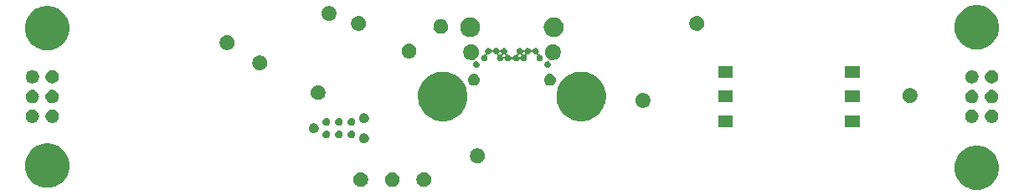
<source format=gbr>
G04 #@! TF.GenerationSoftware,KiCad,Pcbnew,(5.0.1)-rc2*
G04 #@! TF.CreationDate,2018-10-22T17:39:59-07:00*
G04 #@! TF.ProjectId,nixie_bottom_board,6E697869655F626F74746F6D5F626F61,rev?*
G04 #@! TF.SameCoordinates,Original*
G04 #@! TF.FileFunction,Soldermask,Bot*
G04 #@! TF.FilePolarity,Negative*
%FSLAX46Y46*%
G04 Gerber Fmt 4.6, Leading zero omitted, Abs format (unit mm)*
G04 Created by KiCad (PCBNEW (5.0.1)-rc2) date 10/22/2018 5:39:59 PM*
%MOMM*%
%LPD*%
G01*
G04 APERTURE LIST*
%ADD10C,0.100000*%
G04 APERTURE END LIST*
D10*
G36*
X197656301Y-105036466D02*
X197726086Y-105065372D01*
X198065774Y-105206075D01*
X198131512Y-105250000D01*
X198434292Y-105452311D01*
X198747689Y-105765708D01*
X198804011Y-105850000D01*
X198993925Y-106134226D01*
X199028438Y-106217548D01*
X199163534Y-106543699D01*
X199183788Y-106645525D01*
X199231090Y-106883324D01*
X199250000Y-106978394D01*
X199250000Y-107421606D01*
X199163534Y-107856301D01*
X199134358Y-107926737D01*
X198993925Y-108265774D01*
X198911846Y-108388614D01*
X198747689Y-108634292D01*
X198434292Y-108947689D01*
X198348542Y-109004985D01*
X198065774Y-109193925D01*
X197930396Y-109250000D01*
X197656301Y-109363534D01*
X197221607Y-109450000D01*
X196778393Y-109450000D01*
X196343699Y-109363534D01*
X196069604Y-109250000D01*
X195934226Y-109193925D01*
X195651458Y-109004985D01*
X195565708Y-108947689D01*
X195252311Y-108634292D01*
X195088154Y-108388614D01*
X195006075Y-108265774D01*
X194865642Y-107926737D01*
X194836466Y-107856301D01*
X194750000Y-107421606D01*
X194750000Y-106978394D01*
X194768911Y-106883324D01*
X194816212Y-106645525D01*
X194836466Y-106543699D01*
X194971562Y-106217548D01*
X195006075Y-106134226D01*
X195195989Y-105850000D01*
X195252311Y-105765708D01*
X195565708Y-105452311D01*
X195868488Y-105250000D01*
X195934226Y-105206075D01*
X196273914Y-105065372D01*
X196343699Y-105036466D01*
X196778393Y-104950000D01*
X197221607Y-104950000D01*
X197656301Y-105036466D01*
X197656301Y-105036466D01*
G37*
G36*
X103438953Y-104793233D02*
X103656301Y-104836466D01*
X103726086Y-104865372D01*
X104065774Y-105006075D01*
X104065775Y-105006076D01*
X104434292Y-105252311D01*
X104747689Y-105565708D01*
X104840751Y-105704985D01*
X104993925Y-105934226D01*
X105001301Y-105952034D01*
X105163534Y-106343699D01*
X105165833Y-106355257D01*
X105250000Y-106778393D01*
X105250000Y-107221607D01*
X105223571Y-107354475D01*
X105177791Y-107584628D01*
X105163534Y-107656300D01*
X104993925Y-108065774D01*
X104916777Y-108181234D01*
X104747689Y-108434292D01*
X104434292Y-108747689D01*
X104256215Y-108866676D01*
X104065774Y-108993925D01*
X103825910Y-109093280D01*
X103656301Y-109163534D01*
X103447912Y-109204985D01*
X103221607Y-109250000D01*
X102778393Y-109250000D01*
X102552088Y-109204985D01*
X102343699Y-109163534D01*
X102174090Y-109093280D01*
X101934226Y-108993925D01*
X101743785Y-108866676D01*
X101565708Y-108747689D01*
X101252311Y-108434292D01*
X101083223Y-108181234D01*
X101006075Y-108065774D01*
X100836466Y-107656300D01*
X100822210Y-107584628D01*
X100776429Y-107354475D01*
X100750000Y-107221607D01*
X100750000Y-106778393D01*
X100834167Y-106355257D01*
X100836466Y-106343699D01*
X100998699Y-105952034D01*
X101006075Y-105934226D01*
X101159249Y-105704985D01*
X101252311Y-105565708D01*
X101565708Y-105252311D01*
X101934225Y-105006076D01*
X101934226Y-105006075D01*
X102273914Y-104865372D01*
X102343699Y-104836466D01*
X102561047Y-104793233D01*
X102778393Y-104750000D01*
X103221607Y-104750000D01*
X103438953Y-104793233D01*
X103438953Y-104793233D01*
G37*
G36*
X134846318Y-107664411D02*
X134918767Y-107678822D01*
X134975303Y-107702240D01*
X135055257Y-107735358D01*
X135178100Y-107817439D01*
X135282561Y-107921900D01*
X135364642Y-108044743D01*
X135396129Y-108120761D01*
X135421178Y-108181233D01*
X135450000Y-108326131D01*
X135450000Y-108473869D01*
X135421178Y-108618767D01*
X135412673Y-108639300D01*
X135364642Y-108755257D01*
X135282561Y-108878100D01*
X135178100Y-108982561D01*
X135055257Y-109064642D01*
X134975303Y-109097760D01*
X134918767Y-109121178D01*
X134851149Y-109134628D01*
X134773870Y-109150000D01*
X134626130Y-109150000D01*
X134548851Y-109134628D01*
X134481233Y-109121178D01*
X134424697Y-109097760D01*
X134344743Y-109064642D01*
X134221900Y-108982561D01*
X134117439Y-108878100D01*
X134035358Y-108755257D01*
X133987327Y-108639300D01*
X133978822Y-108618767D01*
X133950000Y-108473869D01*
X133950000Y-108326131D01*
X133978822Y-108181233D01*
X134003871Y-108120761D01*
X134035358Y-108044743D01*
X134117439Y-107921900D01*
X134221900Y-107817439D01*
X134344743Y-107735358D01*
X134424697Y-107702240D01*
X134481233Y-107678822D01*
X134553682Y-107664411D01*
X134626130Y-107650000D01*
X134773870Y-107650000D01*
X134846318Y-107664411D01*
X134846318Y-107664411D01*
G37*
G36*
X138046318Y-107664411D02*
X138118767Y-107678822D01*
X138175303Y-107702240D01*
X138255257Y-107735358D01*
X138378100Y-107817439D01*
X138482561Y-107921900D01*
X138564642Y-108044743D01*
X138596129Y-108120761D01*
X138621178Y-108181233D01*
X138650000Y-108326131D01*
X138650000Y-108473869D01*
X138621178Y-108618767D01*
X138612673Y-108639300D01*
X138564642Y-108755257D01*
X138482561Y-108878100D01*
X138378100Y-108982561D01*
X138255257Y-109064642D01*
X138175303Y-109097760D01*
X138118767Y-109121178D01*
X138051149Y-109134628D01*
X137973870Y-109150000D01*
X137826130Y-109150000D01*
X137748851Y-109134628D01*
X137681233Y-109121178D01*
X137624697Y-109097760D01*
X137544743Y-109064642D01*
X137421900Y-108982561D01*
X137317439Y-108878100D01*
X137235358Y-108755257D01*
X137187327Y-108639300D01*
X137178822Y-108618767D01*
X137150000Y-108473869D01*
X137150000Y-108326131D01*
X137178822Y-108181233D01*
X137203871Y-108120761D01*
X137235358Y-108044743D01*
X137317439Y-107921900D01*
X137421900Y-107817439D01*
X137544743Y-107735358D01*
X137624697Y-107702240D01*
X137681233Y-107678822D01*
X137753682Y-107664411D01*
X137826130Y-107650000D01*
X137973870Y-107650000D01*
X138046318Y-107664411D01*
X138046318Y-107664411D01*
G37*
G36*
X141246318Y-107664411D02*
X141318767Y-107678822D01*
X141375303Y-107702240D01*
X141455257Y-107735358D01*
X141578100Y-107817439D01*
X141682561Y-107921900D01*
X141764642Y-108044743D01*
X141796129Y-108120761D01*
X141821178Y-108181233D01*
X141850000Y-108326131D01*
X141850000Y-108473869D01*
X141821178Y-108618767D01*
X141812673Y-108639300D01*
X141764642Y-108755257D01*
X141682561Y-108878100D01*
X141578100Y-108982561D01*
X141455257Y-109064642D01*
X141375303Y-109097760D01*
X141318767Y-109121178D01*
X141251149Y-109134628D01*
X141173870Y-109150000D01*
X141026130Y-109150000D01*
X140948851Y-109134628D01*
X140881233Y-109121178D01*
X140824697Y-109097760D01*
X140744743Y-109064642D01*
X140621900Y-108982561D01*
X140517439Y-108878100D01*
X140435358Y-108755257D01*
X140387327Y-108639300D01*
X140378822Y-108618767D01*
X140350000Y-108473869D01*
X140350000Y-108326131D01*
X140378822Y-108181233D01*
X140403871Y-108120761D01*
X140435358Y-108044743D01*
X140517439Y-107921900D01*
X140621900Y-107817439D01*
X140744743Y-107735358D01*
X140824697Y-107702240D01*
X140881233Y-107678822D01*
X140953682Y-107664411D01*
X141026130Y-107650000D01*
X141173870Y-107650000D01*
X141246318Y-107664411D01*
X141246318Y-107664411D01*
G37*
G36*
X146626802Y-105260529D02*
X146718767Y-105278822D01*
X146775303Y-105302240D01*
X146855257Y-105335358D01*
X146978100Y-105417439D01*
X147082561Y-105521900D01*
X147164642Y-105644743D01*
X147167591Y-105651863D01*
X147217806Y-105773092D01*
X147221178Y-105781234D01*
X147250000Y-105926130D01*
X147250000Y-106073870D01*
X147221178Y-106218766D01*
X147164642Y-106355257D01*
X147082561Y-106478100D01*
X146978100Y-106582561D01*
X146855257Y-106664642D01*
X146795727Y-106689300D01*
X146718767Y-106721178D01*
X146646318Y-106735589D01*
X146573870Y-106750000D01*
X146426130Y-106750000D01*
X146353682Y-106735589D01*
X146281233Y-106721178D01*
X146204273Y-106689300D01*
X146144743Y-106664642D01*
X146021900Y-106582561D01*
X145917439Y-106478100D01*
X145835358Y-106355257D01*
X145778822Y-106218766D01*
X145750000Y-106073870D01*
X145750000Y-105926130D01*
X145778822Y-105781234D01*
X145782195Y-105773092D01*
X145832409Y-105651863D01*
X145835358Y-105644743D01*
X145917439Y-105521900D01*
X146021900Y-105417439D01*
X146144743Y-105335358D01*
X146224697Y-105302240D01*
X146281233Y-105278822D01*
X146373198Y-105260529D01*
X146426130Y-105250000D01*
X146573870Y-105250000D01*
X146626802Y-105260529D01*
X146626802Y-105260529D01*
G37*
G36*
X135112706Y-103725459D02*
X135184474Y-103739734D01*
X135274613Y-103777070D01*
X135355736Y-103831275D01*
X135424725Y-103900264D01*
X135478930Y-103981387D01*
X135516266Y-104071526D01*
X135535300Y-104167217D01*
X135535300Y-104264783D01*
X135516266Y-104360474D01*
X135478930Y-104450613D01*
X135424725Y-104531736D01*
X135355736Y-104600725D01*
X135274613Y-104654930D01*
X135184474Y-104692266D01*
X135112706Y-104706541D01*
X135088784Y-104711300D01*
X134991216Y-104711300D01*
X134967294Y-104706541D01*
X134895526Y-104692266D01*
X134805387Y-104654930D01*
X134724264Y-104600725D01*
X134655275Y-104531736D01*
X134601070Y-104450613D01*
X134563734Y-104360474D01*
X134544700Y-104264783D01*
X134544700Y-104167217D01*
X134563734Y-104071526D01*
X134601070Y-103981387D01*
X134655275Y-103900264D01*
X134724264Y-103831275D01*
X134805387Y-103777070D01*
X134895526Y-103739734D01*
X134967294Y-103725459D01*
X134991216Y-103720700D01*
X135088784Y-103720700D01*
X135112706Y-103725459D01*
X135112706Y-103725459D01*
G37*
G36*
X131344836Y-103456429D02*
X131416488Y-103486108D01*
X131480972Y-103529195D01*
X131535805Y-103584028D01*
X131578892Y-103648512D01*
X131608571Y-103720164D01*
X131623700Y-103796222D01*
X131623700Y-103873778D01*
X131608571Y-103949836D01*
X131578892Y-104021488D01*
X131535805Y-104085972D01*
X131480972Y-104140805D01*
X131416488Y-104183892D01*
X131344836Y-104213571D01*
X131268778Y-104228700D01*
X131191222Y-104228700D01*
X131115164Y-104213571D01*
X131043512Y-104183892D01*
X130979028Y-104140805D01*
X130924195Y-104085972D01*
X130881108Y-104021488D01*
X130851429Y-103949836D01*
X130836300Y-103873778D01*
X130836300Y-103796222D01*
X130851429Y-103720164D01*
X130881108Y-103648512D01*
X130924195Y-103584028D01*
X130979028Y-103529195D01*
X131043512Y-103486108D01*
X131115164Y-103456429D01*
X131191222Y-103441300D01*
X131268778Y-103441300D01*
X131344836Y-103456429D01*
X131344836Y-103456429D01*
G37*
G36*
X132614836Y-103456429D02*
X132686488Y-103486108D01*
X132750972Y-103529195D01*
X132805805Y-103584028D01*
X132848892Y-103648512D01*
X132878571Y-103720164D01*
X132893700Y-103796222D01*
X132893700Y-103873778D01*
X132878571Y-103949836D01*
X132848892Y-104021488D01*
X132805805Y-104085972D01*
X132750972Y-104140805D01*
X132686488Y-104183892D01*
X132614836Y-104213571D01*
X132538778Y-104228700D01*
X132461222Y-104228700D01*
X132385164Y-104213571D01*
X132313512Y-104183892D01*
X132249028Y-104140805D01*
X132194195Y-104085972D01*
X132151108Y-104021488D01*
X132121429Y-103949836D01*
X132106300Y-103873778D01*
X132106300Y-103796222D01*
X132121429Y-103720164D01*
X132151108Y-103648512D01*
X132194195Y-103584028D01*
X132249028Y-103529195D01*
X132313512Y-103486108D01*
X132385164Y-103456429D01*
X132461222Y-103441300D01*
X132538778Y-103441300D01*
X132614836Y-103456429D01*
X132614836Y-103456429D01*
G37*
G36*
X133884836Y-103456429D02*
X133956488Y-103486108D01*
X134020972Y-103529195D01*
X134075805Y-103584028D01*
X134118892Y-103648512D01*
X134148571Y-103720164D01*
X134163700Y-103796222D01*
X134163700Y-103873778D01*
X134148571Y-103949836D01*
X134118892Y-104021488D01*
X134075805Y-104085972D01*
X134020972Y-104140805D01*
X133956488Y-104183892D01*
X133884836Y-104213571D01*
X133808778Y-104228700D01*
X133731222Y-104228700D01*
X133655164Y-104213571D01*
X133583512Y-104183892D01*
X133519028Y-104140805D01*
X133464195Y-104085972D01*
X133421108Y-104021488D01*
X133391429Y-103949836D01*
X133376300Y-103873778D01*
X133376300Y-103796222D01*
X133391429Y-103720164D01*
X133421108Y-103648512D01*
X133464195Y-103584028D01*
X133519028Y-103529195D01*
X133583512Y-103486108D01*
X133655164Y-103456429D01*
X133731222Y-103441300D01*
X133808778Y-103441300D01*
X133884836Y-103456429D01*
X133884836Y-103456429D01*
G37*
G36*
X130032706Y-102709458D02*
X130104474Y-102723734D01*
X130194613Y-102761070D01*
X130275736Y-102815275D01*
X130344725Y-102884264D01*
X130398930Y-102965387D01*
X130436266Y-103055526D01*
X130455300Y-103151217D01*
X130455300Y-103248783D01*
X130436266Y-103344474D01*
X130398930Y-103434613D01*
X130344725Y-103515736D01*
X130275736Y-103584725D01*
X130194613Y-103638930D01*
X130104474Y-103676266D01*
X130032706Y-103690542D01*
X130008784Y-103695300D01*
X129911216Y-103695300D01*
X129887294Y-103690541D01*
X129815526Y-103676266D01*
X129725387Y-103638930D01*
X129644264Y-103584725D01*
X129575275Y-103515736D01*
X129521070Y-103434613D01*
X129483734Y-103344474D01*
X129464700Y-103248783D01*
X129464700Y-103151217D01*
X129483734Y-103055526D01*
X129521070Y-102965387D01*
X129575275Y-102884264D01*
X129644264Y-102815275D01*
X129725387Y-102761070D01*
X129815526Y-102723734D01*
X129887294Y-102709459D01*
X129911216Y-102704700D01*
X130008784Y-102704700D01*
X130032706Y-102709458D01*
X130032706Y-102709458D01*
G37*
G36*
X185150000Y-103085000D02*
X183650000Y-103085000D01*
X183650000Y-101915000D01*
X185150000Y-101915000D01*
X185150000Y-103085000D01*
X185150000Y-103085000D01*
G37*
G36*
X172350000Y-103085000D02*
X170850000Y-103085000D01*
X170850000Y-101915000D01*
X172350000Y-101915000D01*
X172350000Y-103085000D01*
X172350000Y-103085000D01*
G37*
G36*
X132614836Y-102186429D02*
X132686488Y-102216108D01*
X132750972Y-102259195D01*
X132805805Y-102314028D01*
X132848892Y-102378512D01*
X132878571Y-102450164D01*
X132893700Y-102526222D01*
X132893700Y-102603778D01*
X132878571Y-102679836D01*
X132848892Y-102751488D01*
X132805805Y-102815972D01*
X132750972Y-102870805D01*
X132686488Y-102913892D01*
X132614836Y-102943571D01*
X132538778Y-102958700D01*
X132461222Y-102958700D01*
X132385164Y-102943571D01*
X132313512Y-102913892D01*
X132249028Y-102870805D01*
X132194195Y-102815972D01*
X132151108Y-102751488D01*
X132121429Y-102679836D01*
X132106300Y-102603778D01*
X132106300Y-102526222D01*
X132121429Y-102450164D01*
X132151108Y-102378512D01*
X132194195Y-102314028D01*
X132249028Y-102259195D01*
X132313512Y-102216108D01*
X132385164Y-102186429D01*
X132461222Y-102171300D01*
X132538778Y-102171300D01*
X132614836Y-102186429D01*
X132614836Y-102186429D01*
G37*
G36*
X131344836Y-102186429D02*
X131416488Y-102216108D01*
X131480972Y-102259195D01*
X131535805Y-102314028D01*
X131578892Y-102378512D01*
X131608571Y-102450164D01*
X131623700Y-102526222D01*
X131623700Y-102603778D01*
X131608571Y-102679836D01*
X131578892Y-102751488D01*
X131535805Y-102815972D01*
X131480972Y-102870805D01*
X131416488Y-102913892D01*
X131344836Y-102943571D01*
X131268778Y-102958700D01*
X131191222Y-102958700D01*
X131115164Y-102943571D01*
X131043512Y-102913892D01*
X130979028Y-102870805D01*
X130924195Y-102815972D01*
X130881108Y-102751488D01*
X130851429Y-102679836D01*
X130836300Y-102603778D01*
X130836300Y-102526222D01*
X130851429Y-102450164D01*
X130881108Y-102378512D01*
X130924195Y-102314028D01*
X130979028Y-102259195D01*
X131043512Y-102216108D01*
X131115164Y-102186429D01*
X131191222Y-102171300D01*
X131268778Y-102171300D01*
X131344836Y-102186429D01*
X131344836Y-102186429D01*
G37*
G36*
X133884836Y-102186429D02*
X133956488Y-102216108D01*
X134020972Y-102259195D01*
X134075805Y-102314028D01*
X134118892Y-102378512D01*
X134148571Y-102450164D01*
X134163700Y-102526222D01*
X134163700Y-102603778D01*
X134148571Y-102679836D01*
X134118892Y-102751488D01*
X134075805Y-102815972D01*
X134020972Y-102870805D01*
X133956488Y-102913892D01*
X133884836Y-102943571D01*
X133808778Y-102958700D01*
X133731222Y-102958700D01*
X133655164Y-102943571D01*
X133583512Y-102913892D01*
X133519028Y-102870805D01*
X133464195Y-102815972D01*
X133421108Y-102751488D01*
X133391429Y-102679836D01*
X133376300Y-102603778D01*
X133376300Y-102526222D01*
X133391429Y-102450164D01*
X133421108Y-102378512D01*
X133464195Y-102314028D01*
X133519028Y-102259195D01*
X133583512Y-102216108D01*
X133655164Y-102186429D01*
X133731222Y-102171300D01*
X133808778Y-102171300D01*
X133884836Y-102186429D01*
X133884836Y-102186429D01*
G37*
G36*
X135112706Y-101693458D02*
X135184474Y-101707734D01*
X135274613Y-101745070D01*
X135355736Y-101799275D01*
X135424725Y-101868264D01*
X135478930Y-101949387D01*
X135516266Y-102039526D01*
X135530542Y-102111294D01*
X135534725Y-102132323D01*
X135535300Y-102135217D01*
X135535300Y-102232783D01*
X135516266Y-102328474D01*
X135478930Y-102418613D01*
X135424725Y-102499736D01*
X135355736Y-102568725D01*
X135274613Y-102622930D01*
X135184474Y-102660266D01*
X135112706Y-102674542D01*
X135088784Y-102679300D01*
X134991216Y-102679300D01*
X134967294Y-102674542D01*
X134895526Y-102660266D01*
X134805387Y-102622930D01*
X134724264Y-102568725D01*
X134655275Y-102499736D01*
X134601070Y-102418613D01*
X134563734Y-102328474D01*
X134544700Y-102232783D01*
X134544700Y-102135217D01*
X134545276Y-102132323D01*
X134549458Y-102111294D01*
X134563734Y-102039526D01*
X134601070Y-101949387D01*
X134655275Y-101868264D01*
X134724264Y-101799275D01*
X134805387Y-101745070D01*
X134895526Y-101707734D01*
X134967294Y-101693459D01*
X134991216Y-101688700D01*
X135088784Y-101688700D01*
X135112706Y-101693458D01*
X135112706Y-101693458D01*
G37*
G36*
X103632323Y-101334767D02*
X103759561Y-101373364D01*
X103876824Y-101436042D01*
X103979606Y-101520394D01*
X104063958Y-101623176D01*
X104126636Y-101740439D01*
X104165233Y-101867677D01*
X104178266Y-102000000D01*
X104165233Y-102132323D01*
X104126636Y-102259561D01*
X104063958Y-102376824D01*
X103979606Y-102479606D01*
X103876824Y-102563958D01*
X103759561Y-102626636D01*
X103632323Y-102665233D01*
X103533159Y-102675000D01*
X103466841Y-102675000D01*
X103367677Y-102665233D01*
X103240439Y-102626636D01*
X103123176Y-102563958D01*
X103020394Y-102479606D01*
X102936042Y-102376824D01*
X102873364Y-102259561D01*
X102834767Y-102132323D01*
X102821734Y-102000000D01*
X102834767Y-101867677D01*
X102873364Y-101740439D01*
X102936042Y-101623176D01*
X103020394Y-101520394D01*
X103123176Y-101436042D01*
X103240439Y-101373364D01*
X103367677Y-101334767D01*
X103466841Y-101325000D01*
X103533159Y-101325000D01*
X103632323Y-101334767D01*
X103632323Y-101334767D01*
G37*
G36*
X198632323Y-101334767D02*
X198759561Y-101373364D01*
X198876824Y-101436042D01*
X198979606Y-101520394D01*
X199063958Y-101623176D01*
X199126636Y-101740439D01*
X199165233Y-101867677D01*
X199178266Y-102000000D01*
X199165233Y-102132323D01*
X199126636Y-102259561D01*
X199063958Y-102376824D01*
X198979606Y-102479606D01*
X198876824Y-102563958D01*
X198759561Y-102626636D01*
X198632323Y-102665233D01*
X198533159Y-102675000D01*
X198466841Y-102675000D01*
X198367677Y-102665233D01*
X198240439Y-102626636D01*
X198123176Y-102563958D01*
X198020394Y-102479606D01*
X197936042Y-102376824D01*
X197873364Y-102259561D01*
X197834767Y-102132323D01*
X197821734Y-102000000D01*
X197834767Y-101867677D01*
X197873364Y-101740439D01*
X197936042Y-101623176D01*
X198020394Y-101520394D01*
X198123176Y-101436042D01*
X198240439Y-101373364D01*
X198367677Y-101334767D01*
X198466841Y-101325000D01*
X198533159Y-101325000D01*
X198632323Y-101334767D01*
X198632323Y-101334767D01*
G37*
G36*
X196632323Y-101334767D02*
X196759561Y-101373364D01*
X196876824Y-101436042D01*
X196979606Y-101520394D01*
X197063958Y-101623176D01*
X197126636Y-101740439D01*
X197165233Y-101867677D01*
X197178266Y-102000000D01*
X197165233Y-102132323D01*
X197126636Y-102259561D01*
X197063958Y-102376824D01*
X196979606Y-102479606D01*
X196876824Y-102563958D01*
X196759561Y-102626636D01*
X196632323Y-102665233D01*
X196533159Y-102675000D01*
X196466841Y-102675000D01*
X196367677Y-102665233D01*
X196240439Y-102626636D01*
X196123176Y-102563958D01*
X196020394Y-102479606D01*
X195936042Y-102376824D01*
X195873364Y-102259561D01*
X195834767Y-102132323D01*
X195821734Y-102000000D01*
X195834767Y-101867677D01*
X195873364Y-101740439D01*
X195936042Y-101623176D01*
X196020394Y-101520394D01*
X196123176Y-101436042D01*
X196240439Y-101373364D01*
X196367677Y-101334767D01*
X196466841Y-101325000D01*
X196533159Y-101325000D01*
X196632323Y-101334767D01*
X196632323Y-101334767D01*
G37*
G36*
X101632323Y-101334767D02*
X101759561Y-101373364D01*
X101876824Y-101436042D01*
X101979606Y-101520394D01*
X102063958Y-101623176D01*
X102126636Y-101740439D01*
X102165233Y-101867677D01*
X102178266Y-102000000D01*
X102165233Y-102132323D01*
X102126636Y-102259561D01*
X102063958Y-102376824D01*
X101979606Y-102479606D01*
X101876824Y-102563958D01*
X101759561Y-102626636D01*
X101632323Y-102665233D01*
X101533159Y-102675000D01*
X101466841Y-102675000D01*
X101367677Y-102665233D01*
X101240439Y-102626636D01*
X101123176Y-102563958D01*
X101020394Y-102479606D01*
X100936042Y-102376824D01*
X100873364Y-102259561D01*
X100834767Y-102132323D01*
X100821734Y-102000000D01*
X100834767Y-101867677D01*
X100873364Y-101740439D01*
X100936042Y-101623176D01*
X101020394Y-101520394D01*
X101123176Y-101436042D01*
X101240439Y-101373364D01*
X101367677Y-101334767D01*
X101466841Y-101325000D01*
X101533159Y-101325000D01*
X101632323Y-101334767D01*
X101632323Y-101334767D01*
G37*
G36*
X143568225Y-97564049D02*
X143729223Y-97596074D01*
X143917677Y-97674134D01*
X144184193Y-97784528D01*
X144593660Y-98058126D01*
X144941874Y-98406340D01*
X145215472Y-98815807D01*
X145285502Y-98984875D01*
X145353899Y-99150000D01*
X145403926Y-99270778D01*
X145500000Y-99753770D01*
X145500000Y-100246230D01*
X145469413Y-100400000D01*
X145425418Y-100621178D01*
X145403926Y-100729222D01*
X145215472Y-101184193D01*
X144941874Y-101593660D01*
X144593660Y-101941874D01*
X144184193Y-102215472D01*
X143946256Y-102314028D01*
X143729223Y-102403926D01*
X143568225Y-102435951D01*
X143246230Y-102500000D01*
X142753770Y-102500000D01*
X142431775Y-102435951D01*
X142270777Y-102403926D01*
X142053744Y-102314028D01*
X141815807Y-102215472D01*
X141406340Y-101941874D01*
X141058126Y-101593660D01*
X140784528Y-101184193D01*
X140596074Y-100729222D01*
X140574583Y-100621178D01*
X140530587Y-100400000D01*
X140500000Y-100246230D01*
X140500000Y-99753770D01*
X140596074Y-99270778D01*
X140646102Y-99150000D01*
X140714498Y-98984875D01*
X140784528Y-98815807D01*
X141058126Y-98406340D01*
X141406340Y-98058126D01*
X141815807Y-97784528D01*
X142082323Y-97674134D01*
X142270777Y-97596074D01*
X142431775Y-97564049D01*
X142753770Y-97500000D01*
X143246230Y-97500000D01*
X143568225Y-97564049D01*
X143568225Y-97564049D01*
G37*
G36*
X157568225Y-97564049D02*
X157729223Y-97596074D01*
X157917677Y-97674134D01*
X158184193Y-97784528D01*
X158593660Y-98058126D01*
X158941874Y-98406340D01*
X159215472Y-98815807D01*
X159285502Y-98984875D01*
X159353899Y-99150000D01*
X159403926Y-99270778D01*
X159500000Y-99753770D01*
X159500000Y-100246230D01*
X159469413Y-100400000D01*
X159425418Y-100621178D01*
X159403926Y-100729222D01*
X159215472Y-101184193D01*
X158941874Y-101593660D01*
X158593660Y-101941874D01*
X158184193Y-102215472D01*
X157946256Y-102314028D01*
X157729223Y-102403926D01*
X157568225Y-102435951D01*
X157246230Y-102500000D01*
X156753770Y-102500000D01*
X156431775Y-102435951D01*
X156270777Y-102403926D01*
X156053744Y-102314028D01*
X155815807Y-102215472D01*
X155406340Y-101941874D01*
X155058126Y-101593660D01*
X154784528Y-101184193D01*
X154596074Y-100729222D01*
X154574583Y-100621178D01*
X154530587Y-100400000D01*
X154500000Y-100246230D01*
X154500000Y-99753770D01*
X154596074Y-99270778D01*
X154646102Y-99150000D01*
X154714498Y-98984875D01*
X154784528Y-98815807D01*
X155058126Y-98406340D01*
X155406340Y-98058126D01*
X155815807Y-97784528D01*
X156082323Y-97674134D01*
X156270777Y-97596074D01*
X156431775Y-97564049D01*
X156753770Y-97500000D01*
X157246230Y-97500000D01*
X157568225Y-97564049D01*
X157568225Y-97564049D01*
G37*
G36*
X163396318Y-99664411D02*
X163468767Y-99678822D01*
X163525303Y-99702240D01*
X163605257Y-99735358D01*
X163728100Y-99817439D01*
X163832561Y-99921900D01*
X163914642Y-100044743D01*
X163947760Y-100124697D01*
X163971178Y-100181233D01*
X164000000Y-100326131D01*
X164000000Y-100473869D01*
X163971178Y-100618767D01*
X163958241Y-100650000D01*
X163914642Y-100755257D01*
X163832561Y-100878100D01*
X163728100Y-100982561D01*
X163605257Y-101064642D01*
X163525303Y-101097760D01*
X163468767Y-101121178D01*
X163396318Y-101135589D01*
X163323870Y-101150000D01*
X163176130Y-101150000D01*
X163103682Y-101135589D01*
X163031233Y-101121178D01*
X162974697Y-101097760D01*
X162894743Y-101064642D01*
X162771900Y-100982561D01*
X162667439Y-100878100D01*
X162585358Y-100755257D01*
X162541759Y-100650000D01*
X162528822Y-100618767D01*
X162500000Y-100473869D01*
X162500000Y-100326131D01*
X162528822Y-100181233D01*
X162552240Y-100124697D01*
X162585358Y-100044743D01*
X162667439Y-99921900D01*
X162771900Y-99817439D01*
X162894743Y-99735358D01*
X162974697Y-99702240D01*
X163031233Y-99678822D01*
X163103682Y-99664411D01*
X163176130Y-99650000D01*
X163323870Y-99650000D01*
X163396318Y-99664411D01*
X163396318Y-99664411D01*
G37*
G36*
X198632323Y-99334767D02*
X198759561Y-99373364D01*
X198876824Y-99436042D01*
X198979606Y-99520394D01*
X199063958Y-99623176D01*
X199126636Y-99740439D01*
X199165233Y-99867677D01*
X199178266Y-100000000D01*
X199165233Y-100132323D01*
X199126636Y-100259561D01*
X199063958Y-100376824D01*
X198979606Y-100479606D01*
X198876824Y-100563958D01*
X198759561Y-100626636D01*
X198632323Y-100665233D01*
X198533159Y-100675000D01*
X198466841Y-100675000D01*
X198367677Y-100665233D01*
X198240439Y-100626636D01*
X198123176Y-100563958D01*
X198020394Y-100479606D01*
X197936042Y-100376824D01*
X197873364Y-100259561D01*
X197834767Y-100132323D01*
X197821734Y-100000000D01*
X197834767Y-99867677D01*
X197873364Y-99740439D01*
X197936042Y-99623176D01*
X198020394Y-99520394D01*
X198123176Y-99436042D01*
X198240439Y-99373364D01*
X198367677Y-99334767D01*
X198466841Y-99325000D01*
X198533159Y-99325000D01*
X198632323Y-99334767D01*
X198632323Y-99334767D01*
G37*
G36*
X196632323Y-99334767D02*
X196759561Y-99373364D01*
X196876824Y-99436042D01*
X196979606Y-99520394D01*
X197063958Y-99623176D01*
X197126636Y-99740439D01*
X197165233Y-99867677D01*
X197178266Y-100000000D01*
X197165233Y-100132323D01*
X197126636Y-100259561D01*
X197063958Y-100376824D01*
X196979606Y-100479606D01*
X196876824Y-100563958D01*
X196759561Y-100626636D01*
X196632323Y-100665233D01*
X196533159Y-100675000D01*
X196466841Y-100675000D01*
X196367677Y-100665233D01*
X196240439Y-100626636D01*
X196123176Y-100563958D01*
X196020394Y-100479606D01*
X195936042Y-100376824D01*
X195873364Y-100259561D01*
X195834767Y-100132323D01*
X195821734Y-100000000D01*
X195834767Y-99867677D01*
X195873364Y-99740439D01*
X195936042Y-99623176D01*
X196020394Y-99520394D01*
X196123176Y-99436042D01*
X196240439Y-99373364D01*
X196367677Y-99334767D01*
X196466841Y-99325000D01*
X196533159Y-99325000D01*
X196632323Y-99334767D01*
X196632323Y-99334767D01*
G37*
G36*
X103632323Y-99334767D02*
X103759561Y-99373364D01*
X103876824Y-99436042D01*
X103979606Y-99520394D01*
X104063958Y-99623176D01*
X104126636Y-99740439D01*
X104165233Y-99867677D01*
X104178266Y-100000000D01*
X104165233Y-100132323D01*
X104126636Y-100259561D01*
X104063958Y-100376824D01*
X103979606Y-100479606D01*
X103876824Y-100563958D01*
X103759561Y-100626636D01*
X103632323Y-100665233D01*
X103533159Y-100675000D01*
X103466841Y-100675000D01*
X103367677Y-100665233D01*
X103240439Y-100626636D01*
X103123176Y-100563958D01*
X103020394Y-100479606D01*
X102936042Y-100376824D01*
X102873364Y-100259561D01*
X102834767Y-100132323D01*
X102821734Y-100000000D01*
X102834767Y-99867677D01*
X102873364Y-99740439D01*
X102936042Y-99623176D01*
X103020394Y-99520394D01*
X103123176Y-99436042D01*
X103240439Y-99373364D01*
X103367677Y-99334767D01*
X103466841Y-99325000D01*
X103533159Y-99325000D01*
X103632323Y-99334767D01*
X103632323Y-99334767D01*
G37*
G36*
X101632323Y-99334767D02*
X101759561Y-99373364D01*
X101876824Y-99436042D01*
X101979606Y-99520394D01*
X102063958Y-99623176D01*
X102126636Y-99740439D01*
X102165233Y-99867677D01*
X102178266Y-100000000D01*
X102165233Y-100132323D01*
X102126636Y-100259561D01*
X102063958Y-100376824D01*
X101979606Y-100479606D01*
X101876824Y-100563958D01*
X101759561Y-100626636D01*
X101632323Y-100665233D01*
X101533159Y-100675000D01*
X101466841Y-100675000D01*
X101367677Y-100665233D01*
X101240439Y-100626636D01*
X101123176Y-100563958D01*
X101020394Y-100479606D01*
X100936042Y-100376824D01*
X100873364Y-100259561D01*
X100834767Y-100132323D01*
X100821734Y-100000000D01*
X100834767Y-99867677D01*
X100873364Y-99740439D01*
X100936042Y-99623176D01*
X101020394Y-99520394D01*
X101123176Y-99436042D01*
X101240439Y-99373364D01*
X101367677Y-99334767D01*
X101466841Y-99325000D01*
X101533159Y-99325000D01*
X101632323Y-99334767D01*
X101632323Y-99334767D01*
G37*
G36*
X190396318Y-99164411D02*
X190468767Y-99178822D01*
X190525303Y-99202240D01*
X190605257Y-99235358D01*
X190728100Y-99317439D01*
X190832561Y-99421900D01*
X190914642Y-99544743D01*
X190937530Y-99600000D01*
X190971178Y-99681233D01*
X191000000Y-99826131D01*
X191000000Y-99973869D01*
X190971178Y-100118767D01*
X190965563Y-100132323D01*
X190914642Y-100255257D01*
X190832561Y-100378100D01*
X190728100Y-100482561D01*
X190605257Y-100564642D01*
X190556108Y-100585000D01*
X190468767Y-100621178D01*
X190396318Y-100635589D01*
X190323870Y-100650000D01*
X190176130Y-100650000D01*
X190103682Y-100635589D01*
X190031233Y-100621178D01*
X189943892Y-100585000D01*
X189894743Y-100564642D01*
X189771900Y-100482561D01*
X189667439Y-100378100D01*
X189585358Y-100255257D01*
X189534437Y-100132323D01*
X189528822Y-100118767D01*
X189500000Y-99973869D01*
X189500000Y-99826131D01*
X189528822Y-99681233D01*
X189562470Y-99600000D01*
X189585358Y-99544743D01*
X189667439Y-99421900D01*
X189771900Y-99317439D01*
X189894743Y-99235358D01*
X189974697Y-99202240D01*
X190031233Y-99178822D01*
X190103682Y-99164411D01*
X190176130Y-99150000D01*
X190323870Y-99150000D01*
X190396318Y-99164411D01*
X190396318Y-99164411D01*
G37*
G36*
X172350000Y-100585000D02*
X170850000Y-100585000D01*
X170850000Y-99415000D01*
X172350000Y-99415000D01*
X172350000Y-100585000D01*
X172350000Y-100585000D01*
G37*
G36*
X185150000Y-100585000D02*
X183650000Y-100585000D01*
X183650000Y-99415000D01*
X185150000Y-99415000D01*
X185150000Y-100585000D01*
X185150000Y-100585000D01*
G37*
G36*
X130542472Y-98863646D02*
X130618767Y-98878822D01*
X130675303Y-98902240D01*
X130755257Y-98935358D01*
X130878100Y-99017439D01*
X130982561Y-99121900D01*
X131064642Y-99244743D01*
X131075426Y-99270778D01*
X131121178Y-99381233D01*
X131150000Y-99526131D01*
X131150000Y-99673869D01*
X131121178Y-99818767D01*
X131100919Y-99867677D01*
X131064642Y-99955257D01*
X130982561Y-100078100D01*
X130878100Y-100182561D01*
X130755257Y-100264642D01*
X130675303Y-100297760D01*
X130618767Y-100321178D01*
X130546318Y-100335589D01*
X130473870Y-100350000D01*
X130326130Y-100350000D01*
X130253682Y-100335589D01*
X130181233Y-100321178D01*
X130124697Y-100297760D01*
X130044743Y-100264642D01*
X129921900Y-100182561D01*
X129817439Y-100078100D01*
X129735358Y-99955257D01*
X129699081Y-99867677D01*
X129678822Y-99818767D01*
X129650000Y-99673869D01*
X129650000Y-99526131D01*
X129678822Y-99381233D01*
X129724574Y-99270778D01*
X129735358Y-99244743D01*
X129817439Y-99121900D01*
X129921900Y-99017439D01*
X130044743Y-98935358D01*
X130124697Y-98902240D01*
X130181233Y-98878822D01*
X130257528Y-98863646D01*
X130326130Y-98850000D01*
X130473870Y-98850000D01*
X130542472Y-98863646D01*
X130542472Y-98863646D01*
G37*
G36*
X154020012Y-97733057D02*
X154129207Y-97778287D01*
X154227481Y-97843952D01*
X154311048Y-97927519D01*
X154376713Y-98025793D01*
X154421943Y-98134988D01*
X154445000Y-98250904D01*
X154445000Y-98369096D01*
X154421943Y-98485012D01*
X154376713Y-98594207D01*
X154311048Y-98692481D01*
X154227481Y-98776048D01*
X154129207Y-98841713D01*
X154020012Y-98886943D01*
X153904096Y-98910000D01*
X153785904Y-98910000D01*
X153669988Y-98886943D01*
X153560793Y-98841713D01*
X153462519Y-98776048D01*
X153378952Y-98692481D01*
X153313287Y-98594207D01*
X153268057Y-98485012D01*
X153245000Y-98369096D01*
X153245000Y-98250904D01*
X153268057Y-98134988D01*
X153313287Y-98025793D01*
X153378952Y-97927519D01*
X153462519Y-97843952D01*
X153560793Y-97778287D01*
X153669988Y-97733057D01*
X153785904Y-97710000D01*
X153904096Y-97710000D01*
X154020012Y-97733057D01*
X154020012Y-97733057D01*
G37*
G36*
X146330012Y-97733057D02*
X146439207Y-97778287D01*
X146537481Y-97843952D01*
X146621048Y-97927519D01*
X146686713Y-98025793D01*
X146731943Y-98134988D01*
X146755000Y-98250904D01*
X146755000Y-98369096D01*
X146731943Y-98485012D01*
X146686713Y-98594207D01*
X146621048Y-98692481D01*
X146537481Y-98776048D01*
X146439207Y-98841713D01*
X146330012Y-98886943D01*
X146214096Y-98910000D01*
X146095904Y-98910000D01*
X145979988Y-98886943D01*
X145870793Y-98841713D01*
X145772519Y-98776048D01*
X145688952Y-98692481D01*
X145623287Y-98594207D01*
X145578057Y-98485012D01*
X145555000Y-98369096D01*
X145555000Y-98250904D01*
X145578057Y-98134988D01*
X145623287Y-98025793D01*
X145688952Y-97927519D01*
X145772519Y-97843952D01*
X145870793Y-97778287D01*
X145979988Y-97733057D01*
X146095904Y-97710000D01*
X146214096Y-97710000D01*
X146330012Y-97733057D01*
X146330012Y-97733057D01*
G37*
G36*
X196696888Y-97350939D02*
X196819733Y-97401823D01*
X196930290Y-97475695D01*
X197024305Y-97569710D01*
X197098177Y-97680267D01*
X197149061Y-97803112D01*
X197175000Y-97933517D01*
X197175000Y-98066483D01*
X197149061Y-98196888D01*
X197098177Y-98319733D01*
X197024305Y-98430290D01*
X196930290Y-98524305D01*
X196819733Y-98598177D01*
X196696888Y-98649061D01*
X196566483Y-98675000D01*
X196433517Y-98675000D01*
X196303112Y-98649061D01*
X196180267Y-98598177D01*
X196069710Y-98524305D01*
X195975695Y-98430290D01*
X195901823Y-98319733D01*
X195850939Y-98196888D01*
X195825000Y-98066483D01*
X195825000Y-97933517D01*
X195850939Y-97803112D01*
X195901823Y-97680267D01*
X195975695Y-97569710D01*
X196069710Y-97475695D01*
X196180267Y-97401823D01*
X196303112Y-97350939D01*
X196433517Y-97325000D01*
X196566483Y-97325000D01*
X196696888Y-97350939D01*
X196696888Y-97350939D01*
G37*
G36*
X198632323Y-97334767D02*
X198759561Y-97373364D01*
X198876824Y-97436042D01*
X198979606Y-97520394D01*
X199063958Y-97623176D01*
X199126636Y-97740439D01*
X199165233Y-97867677D01*
X199178266Y-98000000D01*
X199165233Y-98132323D01*
X199126636Y-98259561D01*
X199063958Y-98376824D01*
X198979606Y-98479606D01*
X198876824Y-98563958D01*
X198759561Y-98626636D01*
X198632323Y-98665233D01*
X198533159Y-98675000D01*
X198466841Y-98675000D01*
X198367677Y-98665233D01*
X198240439Y-98626636D01*
X198123176Y-98563958D01*
X198020394Y-98479606D01*
X197936042Y-98376824D01*
X197873364Y-98259561D01*
X197834767Y-98132323D01*
X197821734Y-98000000D01*
X197834767Y-97867677D01*
X197873364Y-97740439D01*
X197936042Y-97623176D01*
X198020394Y-97520394D01*
X198123176Y-97436042D01*
X198240439Y-97373364D01*
X198367677Y-97334767D01*
X198466841Y-97325000D01*
X198533159Y-97325000D01*
X198632323Y-97334767D01*
X198632323Y-97334767D01*
G37*
G36*
X101696888Y-97350939D02*
X101819733Y-97401823D01*
X101930290Y-97475695D01*
X102024305Y-97569710D01*
X102098177Y-97680267D01*
X102149061Y-97803112D01*
X102175000Y-97933517D01*
X102175000Y-98066483D01*
X102149061Y-98196888D01*
X102098177Y-98319733D01*
X102024305Y-98430290D01*
X101930290Y-98524305D01*
X101819733Y-98598177D01*
X101696888Y-98649061D01*
X101566483Y-98675000D01*
X101433517Y-98675000D01*
X101303112Y-98649061D01*
X101180267Y-98598177D01*
X101069710Y-98524305D01*
X100975695Y-98430290D01*
X100901823Y-98319733D01*
X100850939Y-98196888D01*
X100825000Y-98066483D01*
X100825000Y-97933517D01*
X100850939Y-97803112D01*
X100901823Y-97680267D01*
X100975695Y-97569710D01*
X101069710Y-97475695D01*
X101180267Y-97401823D01*
X101303112Y-97350939D01*
X101433517Y-97325000D01*
X101566483Y-97325000D01*
X101696888Y-97350939D01*
X101696888Y-97350939D01*
G37*
G36*
X103632323Y-97334767D02*
X103759561Y-97373364D01*
X103876824Y-97436042D01*
X103979606Y-97520394D01*
X104063958Y-97623176D01*
X104126636Y-97740439D01*
X104165233Y-97867677D01*
X104178266Y-98000000D01*
X104165233Y-98132323D01*
X104126636Y-98259561D01*
X104063958Y-98376824D01*
X103979606Y-98479606D01*
X103876824Y-98563958D01*
X103759561Y-98626636D01*
X103632323Y-98665233D01*
X103533159Y-98675000D01*
X103466841Y-98675000D01*
X103367677Y-98665233D01*
X103240439Y-98626636D01*
X103123176Y-98563958D01*
X103020394Y-98479606D01*
X102936042Y-98376824D01*
X102873364Y-98259561D01*
X102834767Y-98132323D01*
X102821734Y-98000000D01*
X102834767Y-97867677D01*
X102873364Y-97740439D01*
X102936042Y-97623176D01*
X103020394Y-97520394D01*
X103123176Y-97436042D01*
X103240439Y-97373364D01*
X103367677Y-97334767D01*
X103466841Y-97325000D01*
X103533159Y-97325000D01*
X103632323Y-97334767D01*
X103632323Y-97334767D01*
G37*
G36*
X172350000Y-98085000D02*
X170850000Y-98085000D01*
X170850000Y-96915000D01*
X172350000Y-96915000D01*
X172350000Y-98085000D01*
X172350000Y-98085000D01*
G37*
G36*
X185150000Y-98085000D02*
X183650000Y-98085000D01*
X183650000Y-96915000D01*
X185150000Y-96915000D01*
X185150000Y-98085000D01*
X185150000Y-98085000D01*
G37*
G36*
X124646318Y-95864411D02*
X124718767Y-95878822D01*
X124775303Y-95902240D01*
X124855257Y-95935358D01*
X124978100Y-96017439D01*
X125082561Y-96121900D01*
X125164642Y-96244743D01*
X125194646Y-96317179D01*
X125221178Y-96381233D01*
X125226894Y-96409968D01*
X125250000Y-96526130D01*
X125250000Y-96673870D01*
X125221178Y-96818766D01*
X125164642Y-96955257D01*
X125082561Y-97078100D01*
X124978100Y-97182561D01*
X124855257Y-97264642D01*
X124775303Y-97297760D01*
X124718767Y-97321178D01*
X124650450Y-97334767D01*
X124573870Y-97350000D01*
X124426130Y-97350000D01*
X124349550Y-97334767D01*
X124281233Y-97321178D01*
X124224697Y-97297760D01*
X124144743Y-97264642D01*
X124021900Y-97182561D01*
X123917439Y-97078100D01*
X123835358Y-96955257D01*
X123778822Y-96818766D01*
X123750000Y-96673870D01*
X123750000Y-96526130D01*
X123773106Y-96409968D01*
X123778822Y-96381233D01*
X123805354Y-96317179D01*
X123835358Y-96244743D01*
X123917439Y-96121900D01*
X124021900Y-96017439D01*
X124144743Y-95935358D01*
X124224697Y-95902240D01*
X124281233Y-95878822D01*
X124353682Y-95864411D01*
X124426130Y-95850000D01*
X124573870Y-95850000D01*
X124646318Y-95864411D01*
X124646318Y-95864411D01*
G37*
G36*
X153752105Y-96426726D02*
X153759218Y-96450175D01*
X153770769Y-96471786D01*
X153786315Y-96490728D01*
X153805251Y-96506270D01*
X153807176Y-96507556D01*
X153852444Y-96552824D01*
X153888012Y-96606055D01*
X153912511Y-96665201D01*
X153925000Y-96727990D01*
X153925000Y-96792010D01*
X153912511Y-96854799D01*
X153888012Y-96913945D01*
X153852444Y-96967176D01*
X153807176Y-97012444D01*
X153753945Y-97048012D01*
X153753942Y-97048013D01*
X153753941Y-97048014D01*
X153740543Y-97053563D01*
X153694799Y-97072511D01*
X153632010Y-97085000D01*
X153567990Y-97085000D01*
X153505201Y-97072511D01*
X153459457Y-97053563D01*
X153446059Y-97048014D01*
X153446058Y-97048013D01*
X153446055Y-97048012D01*
X153392824Y-97012444D01*
X153347556Y-96967176D01*
X153311988Y-96913945D01*
X153287489Y-96854799D01*
X153275000Y-96792010D01*
X153275000Y-96727990D01*
X153287489Y-96665201D01*
X153311988Y-96606055D01*
X153347556Y-96552824D01*
X153392824Y-96507556D01*
X153446055Y-96471988D01*
X153446058Y-96471987D01*
X153446059Y-96471986D01*
X153459457Y-96466437D01*
X153505201Y-96447489D01*
X153567990Y-96435000D01*
X153632011Y-96435000D01*
X153645575Y-96437698D01*
X153669962Y-96440100D01*
X153694348Y-96437698D01*
X153717797Y-96430585D01*
X153739408Y-96419033D01*
X153750454Y-96409968D01*
X153752105Y-96426726D01*
X153752105Y-96426726D01*
G37*
G36*
X146260593Y-96419034D02*
X146282203Y-96430585D01*
X146305653Y-96437698D01*
X146330039Y-96440100D01*
X146354425Y-96437698D01*
X146367989Y-96435000D01*
X146432010Y-96435000D01*
X146494799Y-96447489D01*
X146540543Y-96466437D01*
X146553941Y-96471986D01*
X146553942Y-96471987D01*
X146553945Y-96471988D01*
X146607176Y-96507556D01*
X146652444Y-96552824D01*
X146688012Y-96606055D01*
X146712511Y-96665201D01*
X146725000Y-96727990D01*
X146725000Y-96792010D01*
X146712511Y-96854799D01*
X146688012Y-96913945D01*
X146652444Y-96967176D01*
X146607176Y-97012444D01*
X146553945Y-97048012D01*
X146553942Y-97048013D01*
X146553941Y-97048014D01*
X146540543Y-97053563D01*
X146494799Y-97072511D01*
X146432010Y-97085000D01*
X146367990Y-97085000D01*
X146305201Y-97072511D01*
X146259457Y-97053563D01*
X146246059Y-97048014D01*
X146246058Y-97048013D01*
X146246055Y-97048012D01*
X146192824Y-97012444D01*
X146147556Y-96967176D01*
X146111988Y-96913945D01*
X146087489Y-96854799D01*
X146075000Y-96792010D01*
X146075000Y-96727990D01*
X146087489Y-96665201D01*
X146111988Y-96606055D01*
X146147556Y-96552824D01*
X146192824Y-96507556D01*
X146194749Y-96506270D01*
X146213687Y-96490727D01*
X146229232Y-96471785D01*
X146240783Y-96450174D01*
X146247896Y-96426724D01*
X146249546Y-96409967D01*
X146260593Y-96419034D01*
X146260593Y-96419034D01*
G37*
G36*
X147694799Y-95097489D02*
X147740543Y-95116437D01*
X147753941Y-95121986D01*
X147753942Y-95121987D01*
X147753945Y-95121988D01*
X147807176Y-95157556D01*
X147852444Y-95202824D01*
X147888012Y-95256055D01*
X147888013Y-95256058D01*
X147893094Y-95263662D01*
X147896069Y-95269228D01*
X147911615Y-95288169D01*
X147930557Y-95303714D01*
X147952168Y-95315264D01*
X147975618Y-95322377D01*
X148000004Y-95324778D01*
X148024390Y-95322375D01*
X148047839Y-95315261D01*
X148069450Y-95303709D01*
X148088391Y-95288163D01*
X148103936Y-95269221D01*
X148106911Y-95263655D01*
X148111986Y-95256059D01*
X148111988Y-95256055D01*
X148147556Y-95202824D01*
X148192824Y-95157556D01*
X148246055Y-95121988D01*
X148246058Y-95121987D01*
X148246059Y-95121986D01*
X148259457Y-95116437D01*
X148305201Y-95097489D01*
X148367990Y-95085000D01*
X148432010Y-95085000D01*
X148494799Y-95097489D01*
X148540543Y-95116437D01*
X148553941Y-95121986D01*
X148553942Y-95121987D01*
X148553945Y-95121988D01*
X148607176Y-95157556D01*
X148652444Y-95202824D01*
X148688012Y-95256055D01*
X148688013Y-95256058D01*
X148693094Y-95263662D01*
X148696069Y-95269228D01*
X148711615Y-95288169D01*
X148730557Y-95303714D01*
X148752168Y-95315264D01*
X148775618Y-95322377D01*
X148800004Y-95324778D01*
X148824390Y-95322375D01*
X148847839Y-95315261D01*
X148869450Y-95303709D01*
X148888391Y-95288163D01*
X148903936Y-95269221D01*
X148906911Y-95263655D01*
X148911986Y-95256059D01*
X148911988Y-95256055D01*
X148947556Y-95202824D01*
X148992824Y-95157556D01*
X149046055Y-95121988D01*
X149046058Y-95121987D01*
X149046059Y-95121986D01*
X149059457Y-95116437D01*
X149105201Y-95097489D01*
X149167990Y-95085000D01*
X149232010Y-95085000D01*
X149294799Y-95097489D01*
X149340543Y-95116437D01*
X149353941Y-95121986D01*
X149353942Y-95121987D01*
X149353945Y-95121988D01*
X149407176Y-95157556D01*
X149452444Y-95202824D01*
X149488012Y-95256055D01*
X149512511Y-95315201D01*
X149525000Y-95377990D01*
X149525000Y-95442010D01*
X149512511Y-95504799D01*
X149488012Y-95563945D01*
X149471408Y-95588795D01*
X149470232Y-95590554D01*
X149458681Y-95612165D01*
X149451568Y-95635614D01*
X149449166Y-95660000D01*
X149451568Y-95684386D01*
X149458681Y-95707836D01*
X149470232Y-95729446D01*
X149485778Y-95748388D01*
X149504720Y-95763934D01*
X149526331Y-95775485D01*
X149549780Y-95782598D01*
X149574166Y-95785000D01*
X149632010Y-95785000D01*
X149694799Y-95797489D01*
X149740543Y-95816437D01*
X149753941Y-95821986D01*
X149753942Y-95821987D01*
X149753945Y-95821988D01*
X149807176Y-95857556D01*
X149852444Y-95902824D01*
X149888012Y-95956055D01*
X149888013Y-95956058D01*
X149893094Y-95963662D01*
X149896069Y-95969228D01*
X149911615Y-95988169D01*
X149930557Y-96003714D01*
X149952168Y-96015264D01*
X149975618Y-96022377D01*
X150000004Y-96024778D01*
X150024390Y-96022375D01*
X150047839Y-96015261D01*
X150069450Y-96003709D01*
X150088391Y-95988163D01*
X150103936Y-95969221D01*
X150106911Y-95963655D01*
X150111986Y-95956059D01*
X150111988Y-95956055D01*
X150147556Y-95902824D01*
X150190380Y-95860000D01*
X150649166Y-95860000D01*
X150651568Y-95884386D01*
X150658681Y-95907835D01*
X150670231Y-95929443D01*
X150674183Y-95935358D01*
X150693091Y-95963657D01*
X150696069Y-95969228D01*
X150711615Y-95988169D01*
X150730557Y-96003714D01*
X150752168Y-96015264D01*
X150775618Y-96022377D01*
X150800004Y-96024778D01*
X150824390Y-96022375D01*
X150847839Y-96015261D01*
X150869450Y-96003709D01*
X150888391Y-95988163D01*
X150903936Y-95969221D01*
X150906913Y-95963650D01*
X150925817Y-95935359D01*
X150929769Y-95929443D01*
X150941319Y-95907835D01*
X150948432Y-95884386D01*
X150950834Y-95860000D01*
X150948432Y-95835614D01*
X150941319Y-95812164D01*
X150929768Y-95790554D01*
X150914222Y-95771612D01*
X150895280Y-95756066D01*
X150873669Y-95744515D01*
X150850220Y-95737402D01*
X150825834Y-95735000D01*
X150774166Y-95735000D01*
X150749780Y-95737402D01*
X150726331Y-95744515D01*
X150704720Y-95756066D01*
X150685778Y-95771612D01*
X150670232Y-95790554D01*
X150658681Y-95812165D01*
X150651568Y-95835614D01*
X150649166Y-95860000D01*
X150190380Y-95860000D01*
X150192824Y-95857556D01*
X150246055Y-95821988D01*
X150246058Y-95821987D01*
X150246059Y-95821986D01*
X150259457Y-95816437D01*
X150305201Y-95797489D01*
X150367990Y-95785000D01*
X150425834Y-95785000D01*
X150450220Y-95782598D01*
X150473669Y-95775485D01*
X150495280Y-95763934D01*
X150514222Y-95748388D01*
X150529768Y-95729446D01*
X150541319Y-95707835D01*
X150548432Y-95684386D01*
X150550834Y-95660000D01*
X151049166Y-95660000D01*
X151051568Y-95684386D01*
X151058681Y-95707836D01*
X151070232Y-95729446D01*
X151085778Y-95748388D01*
X151104720Y-95763934D01*
X151126331Y-95775485D01*
X151149780Y-95782598D01*
X151174166Y-95785000D01*
X151225834Y-95785000D01*
X151250220Y-95782598D01*
X151273669Y-95775485D01*
X151295280Y-95763934D01*
X151314222Y-95748388D01*
X151329768Y-95729446D01*
X151341319Y-95707835D01*
X151348432Y-95684386D01*
X151350834Y-95660000D01*
X151348432Y-95635614D01*
X151341319Y-95612165D01*
X151329768Y-95590554D01*
X151311988Y-95563945D01*
X151311987Y-95563943D01*
X151306909Y-95556343D01*
X151303931Y-95550772D01*
X151288385Y-95531831D01*
X151269443Y-95516286D01*
X151247832Y-95504736D01*
X151224382Y-95497623D01*
X151199996Y-95495222D01*
X151175610Y-95497625D01*
X151152161Y-95504739D01*
X151130550Y-95516291D01*
X151111609Y-95531837D01*
X151096064Y-95550779D01*
X151093087Y-95556350D01*
X151088013Y-95563943D01*
X151088012Y-95563945D01*
X151071408Y-95588795D01*
X151070232Y-95590554D01*
X151058681Y-95612165D01*
X151051568Y-95635614D01*
X151049166Y-95660000D01*
X150550834Y-95660000D01*
X150548432Y-95635614D01*
X150541319Y-95612165D01*
X150529768Y-95590554D01*
X150528593Y-95588795D01*
X150511988Y-95563945D01*
X150487489Y-95504799D01*
X150475000Y-95442010D01*
X150475000Y-95377990D01*
X150487489Y-95315201D01*
X150511988Y-95256055D01*
X150547556Y-95202824D01*
X150592824Y-95157556D01*
X150646055Y-95121988D01*
X150646058Y-95121987D01*
X150646059Y-95121986D01*
X150659457Y-95116437D01*
X150705201Y-95097489D01*
X150767990Y-95085000D01*
X150832010Y-95085000D01*
X150894799Y-95097489D01*
X150940543Y-95116437D01*
X150953941Y-95121986D01*
X150953942Y-95121987D01*
X150953945Y-95121988D01*
X151007176Y-95157556D01*
X151052444Y-95202824D01*
X151088012Y-95256055D01*
X151088013Y-95256058D01*
X151093094Y-95263662D01*
X151096069Y-95269228D01*
X151111615Y-95288169D01*
X151130557Y-95303714D01*
X151152168Y-95315264D01*
X151175618Y-95322377D01*
X151200004Y-95324778D01*
X151224390Y-95322375D01*
X151247839Y-95315261D01*
X151269450Y-95303709D01*
X151288391Y-95288163D01*
X151303936Y-95269221D01*
X151306911Y-95263655D01*
X151311986Y-95256059D01*
X151311988Y-95256055D01*
X151347556Y-95202824D01*
X151392824Y-95157556D01*
X151446055Y-95121988D01*
X151446058Y-95121987D01*
X151446059Y-95121986D01*
X151459457Y-95116437D01*
X151505201Y-95097489D01*
X151567990Y-95085000D01*
X151632010Y-95085000D01*
X151694799Y-95097489D01*
X151740543Y-95116437D01*
X151753941Y-95121986D01*
X151753942Y-95121987D01*
X151753945Y-95121988D01*
X151807176Y-95157556D01*
X151852444Y-95202824D01*
X151888012Y-95256055D01*
X151888013Y-95256058D01*
X151893094Y-95263662D01*
X151896069Y-95269228D01*
X151911615Y-95288169D01*
X151930557Y-95303714D01*
X151952168Y-95315264D01*
X151975618Y-95322377D01*
X152000004Y-95324778D01*
X152024390Y-95322375D01*
X152047839Y-95315261D01*
X152069450Y-95303709D01*
X152088391Y-95288163D01*
X152103936Y-95269221D01*
X152106911Y-95263655D01*
X152111986Y-95256059D01*
X152111988Y-95256055D01*
X152147556Y-95202824D01*
X152192824Y-95157556D01*
X152246055Y-95121988D01*
X152246058Y-95121987D01*
X152246059Y-95121986D01*
X152259457Y-95116437D01*
X152305201Y-95097489D01*
X152367990Y-95085000D01*
X152432010Y-95085000D01*
X152494799Y-95097489D01*
X152540543Y-95116437D01*
X152553941Y-95121986D01*
X152553942Y-95121987D01*
X152553945Y-95121988D01*
X152607176Y-95157556D01*
X152652444Y-95202824D01*
X152688012Y-95256055D01*
X152712511Y-95315201D01*
X152725000Y-95377990D01*
X152725000Y-95442010D01*
X152712511Y-95504799D01*
X152688012Y-95563945D01*
X152671408Y-95588795D01*
X152670232Y-95590554D01*
X152658681Y-95612165D01*
X152651568Y-95635614D01*
X152649166Y-95660000D01*
X152651568Y-95684386D01*
X152658681Y-95707836D01*
X152670232Y-95729446D01*
X152685778Y-95748388D01*
X152704720Y-95763934D01*
X152726331Y-95775485D01*
X152749780Y-95782598D01*
X152774166Y-95785000D01*
X152832010Y-95785000D01*
X152894799Y-95797489D01*
X152940543Y-95816437D01*
X152953941Y-95821986D01*
X152953942Y-95821987D01*
X152953945Y-95821988D01*
X153007176Y-95857556D01*
X153052444Y-95902824D01*
X153088012Y-95956055D01*
X153112511Y-96015201D01*
X153125000Y-96077990D01*
X153125000Y-96142010D01*
X153112511Y-96204799D01*
X153088012Y-96263945D01*
X153052444Y-96317176D01*
X153007176Y-96362444D01*
X152953945Y-96398012D01*
X152953942Y-96398013D01*
X152953941Y-96398014D01*
X152940543Y-96403563D01*
X152894799Y-96422511D01*
X152832010Y-96435000D01*
X152767990Y-96435000D01*
X152705201Y-96422511D01*
X152659457Y-96403563D01*
X152646059Y-96398014D01*
X152646058Y-96398013D01*
X152646055Y-96398012D01*
X152592824Y-96362444D01*
X152547556Y-96317176D01*
X152511988Y-96263945D01*
X152487489Y-96204799D01*
X152475000Y-96142010D01*
X152475000Y-96077990D01*
X152487489Y-96015201D01*
X152511988Y-95956055D01*
X152529769Y-95929443D01*
X152541319Y-95907835D01*
X152548432Y-95884386D01*
X152550834Y-95860000D01*
X152548432Y-95835614D01*
X152541319Y-95812164D01*
X152529768Y-95790554D01*
X152514222Y-95771612D01*
X152495280Y-95756066D01*
X152473669Y-95744515D01*
X152450220Y-95737402D01*
X152425834Y-95735000D01*
X152367990Y-95735000D01*
X152305201Y-95722511D01*
X152259457Y-95703563D01*
X152246059Y-95698014D01*
X152246058Y-95698013D01*
X152246055Y-95698012D01*
X152192824Y-95662444D01*
X152147556Y-95617176D01*
X152111988Y-95563945D01*
X152111987Y-95563942D01*
X152106906Y-95556338D01*
X152103931Y-95550772D01*
X152088385Y-95531831D01*
X152069443Y-95516286D01*
X152047832Y-95504736D01*
X152024382Y-95497623D01*
X151999996Y-95495222D01*
X151975610Y-95497625D01*
X151952161Y-95504739D01*
X151930550Y-95516291D01*
X151911609Y-95531837D01*
X151896064Y-95550779D01*
X151893089Y-95556345D01*
X151888014Y-95563940D01*
X151888012Y-95563945D01*
X151852444Y-95617176D01*
X151807176Y-95662444D01*
X151753945Y-95698012D01*
X151753942Y-95698013D01*
X151753941Y-95698014D01*
X151740543Y-95703563D01*
X151694799Y-95722511D01*
X151632010Y-95735000D01*
X151574166Y-95735000D01*
X151549780Y-95737402D01*
X151526331Y-95744515D01*
X151504720Y-95756066D01*
X151485778Y-95771612D01*
X151470232Y-95790554D01*
X151458681Y-95812165D01*
X151451568Y-95835614D01*
X151449166Y-95860000D01*
X151451568Y-95884386D01*
X151458681Y-95907835D01*
X151470231Y-95929443D01*
X151488012Y-95956055D01*
X151512511Y-96015201D01*
X151525000Y-96077990D01*
X151525000Y-96142010D01*
X151512511Y-96204799D01*
X151488012Y-96263945D01*
X151452444Y-96317176D01*
X151407176Y-96362444D01*
X151353945Y-96398012D01*
X151353942Y-96398013D01*
X151353941Y-96398014D01*
X151340543Y-96403563D01*
X151294799Y-96422511D01*
X151232010Y-96435000D01*
X151167990Y-96435000D01*
X151105201Y-96422511D01*
X151059457Y-96403563D01*
X151046059Y-96398014D01*
X151046058Y-96398013D01*
X151046055Y-96398012D01*
X150992824Y-96362444D01*
X150947556Y-96317176D01*
X150911988Y-96263945D01*
X150911986Y-96263941D01*
X150906906Y-96256338D01*
X150903931Y-96250772D01*
X150888385Y-96231831D01*
X150869443Y-96216286D01*
X150847832Y-96204736D01*
X150824382Y-96197623D01*
X150799996Y-96195222D01*
X150775610Y-96197625D01*
X150752161Y-96204739D01*
X150730550Y-96216291D01*
X150711609Y-96231837D01*
X150696064Y-96250779D01*
X150693089Y-96256345D01*
X150688014Y-96263940D01*
X150688012Y-96263945D01*
X150652444Y-96317176D01*
X150607176Y-96362444D01*
X150553945Y-96398012D01*
X150553942Y-96398013D01*
X150553941Y-96398014D01*
X150540543Y-96403563D01*
X150494799Y-96422511D01*
X150432010Y-96435000D01*
X150367990Y-96435000D01*
X150305201Y-96422511D01*
X150259457Y-96403563D01*
X150246059Y-96398014D01*
X150246058Y-96398013D01*
X150246055Y-96398012D01*
X150192824Y-96362444D01*
X150147556Y-96317176D01*
X150111988Y-96263945D01*
X150111986Y-96263941D01*
X150106906Y-96256338D01*
X150103931Y-96250772D01*
X150088385Y-96231831D01*
X150069443Y-96216286D01*
X150047832Y-96204736D01*
X150024382Y-96197623D01*
X149999996Y-96195222D01*
X149975610Y-96197625D01*
X149952161Y-96204739D01*
X149930550Y-96216291D01*
X149911609Y-96231837D01*
X149896064Y-96250779D01*
X149893089Y-96256345D01*
X149888014Y-96263940D01*
X149888012Y-96263945D01*
X149852444Y-96317176D01*
X149807176Y-96362444D01*
X149753945Y-96398012D01*
X149753942Y-96398013D01*
X149753941Y-96398014D01*
X149740543Y-96403563D01*
X149694799Y-96422511D01*
X149632010Y-96435000D01*
X149567990Y-96435000D01*
X149505201Y-96422511D01*
X149459457Y-96403563D01*
X149446059Y-96398014D01*
X149446058Y-96398013D01*
X149446055Y-96398012D01*
X149392824Y-96362444D01*
X149347556Y-96317176D01*
X149311988Y-96263945D01*
X149311986Y-96263941D01*
X149306906Y-96256338D01*
X149303931Y-96250772D01*
X149288385Y-96231831D01*
X149269443Y-96216286D01*
X149247832Y-96204736D01*
X149224382Y-96197623D01*
X149199996Y-96195222D01*
X149175610Y-96197625D01*
X149152161Y-96204739D01*
X149130550Y-96216291D01*
X149111609Y-96231837D01*
X149096064Y-96250779D01*
X149093089Y-96256345D01*
X149088014Y-96263940D01*
X149088012Y-96263945D01*
X149052444Y-96317176D01*
X149007176Y-96362444D01*
X148953945Y-96398012D01*
X148953942Y-96398013D01*
X148953941Y-96398014D01*
X148940543Y-96403563D01*
X148894799Y-96422511D01*
X148832010Y-96435000D01*
X148767990Y-96435000D01*
X148705201Y-96422511D01*
X148659457Y-96403563D01*
X148646059Y-96398014D01*
X148646058Y-96398013D01*
X148646055Y-96398012D01*
X148592824Y-96362444D01*
X148547556Y-96317176D01*
X148511988Y-96263945D01*
X148487489Y-96204799D01*
X148475000Y-96142010D01*
X148475000Y-96077990D01*
X148487489Y-96015201D01*
X148511988Y-95956055D01*
X148529769Y-95929443D01*
X148541319Y-95907835D01*
X148548432Y-95884386D01*
X148550834Y-95860000D01*
X149049166Y-95860000D01*
X149051568Y-95884386D01*
X149058681Y-95907835D01*
X149070231Y-95929443D01*
X149074183Y-95935358D01*
X149093091Y-95963657D01*
X149096069Y-95969228D01*
X149111615Y-95988169D01*
X149130557Y-96003714D01*
X149152168Y-96015264D01*
X149175618Y-96022377D01*
X149200004Y-96024778D01*
X149224390Y-96022375D01*
X149247839Y-96015261D01*
X149269450Y-96003709D01*
X149288391Y-95988163D01*
X149303936Y-95969221D01*
X149306913Y-95963650D01*
X149325817Y-95935359D01*
X149329769Y-95929443D01*
X149341319Y-95907835D01*
X149348432Y-95884386D01*
X149350834Y-95860000D01*
X149348432Y-95835614D01*
X149341319Y-95812164D01*
X149329768Y-95790554D01*
X149314222Y-95771612D01*
X149295280Y-95756066D01*
X149273669Y-95744515D01*
X149250220Y-95737402D01*
X149225834Y-95735000D01*
X149174166Y-95735000D01*
X149149780Y-95737402D01*
X149126331Y-95744515D01*
X149104720Y-95756066D01*
X149085778Y-95771612D01*
X149070232Y-95790554D01*
X149058681Y-95812165D01*
X149051568Y-95835614D01*
X149049166Y-95860000D01*
X148550834Y-95860000D01*
X148548432Y-95835614D01*
X148541319Y-95812164D01*
X148529768Y-95790554D01*
X148514222Y-95771612D01*
X148495280Y-95756066D01*
X148473669Y-95744515D01*
X148450220Y-95737402D01*
X148425834Y-95735000D01*
X148367990Y-95735000D01*
X148305201Y-95722511D01*
X148259457Y-95703563D01*
X148246059Y-95698014D01*
X148246058Y-95698013D01*
X148246055Y-95698012D01*
X148192824Y-95662444D01*
X148190380Y-95660000D01*
X148649166Y-95660000D01*
X148651568Y-95684386D01*
X148658681Y-95707836D01*
X148670232Y-95729446D01*
X148685778Y-95748388D01*
X148704720Y-95763934D01*
X148726331Y-95775485D01*
X148749780Y-95782598D01*
X148774166Y-95785000D01*
X148825834Y-95785000D01*
X148850220Y-95782598D01*
X148873669Y-95775485D01*
X148895280Y-95763934D01*
X148914222Y-95748388D01*
X148929768Y-95729446D01*
X148941319Y-95707835D01*
X148948432Y-95684386D01*
X148950834Y-95660000D01*
X148948432Y-95635614D01*
X148941319Y-95612165D01*
X148929768Y-95590554D01*
X148911988Y-95563945D01*
X148911987Y-95563943D01*
X148906909Y-95556343D01*
X148903931Y-95550772D01*
X148888385Y-95531831D01*
X148869443Y-95516286D01*
X148847832Y-95504736D01*
X148824382Y-95497623D01*
X148799996Y-95495222D01*
X148775610Y-95497625D01*
X148752161Y-95504739D01*
X148730550Y-95516291D01*
X148711609Y-95531837D01*
X148696064Y-95550779D01*
X148693087Y-95556350D01*
X148688013Y-95563943D01*
X148688012Y-95563945D01*
X148671408Y-95588795D01*
X148670232Y-95590554D01*
X148658681Y-95612165D01*
X148651568Y-95635614D01*
X148649166Y-95660000D01*
X148190380Y-95660000D01*
X148147556Y-95617176D01*
X148111988Y-95563945D01*
X148111987Y-95563942D01*
X148106906Y-95556338D01*
X148103931Y-95550772D01*
X148088385Y-95531831D01*
X148069443Y-95516286D01*
X148047832Y-95504736D01*
X148024382Y-95497623D01*
X147999996Y-95495222D01*
X147975610Y-95497625D01*
X147952161Y-95504739D01*
X147930550Y-95516291D01*
X147911609Y-95531837D01*
X147896064Y-95550779D01*
X147893089Y-95556345D01*
X147888014Y-95563940D01*
X147888012Y-95563945D01*
X147852444Y-95617176D01*
X147807176Y-95662444D01*
X147753945Y-95698012D01*
X147753942Y-95698013D01*
X147753941Y-95698014D01*
X147740543Y-95703563D01*
X147694799Y-95722511D01*
X147632010Y-95735000D01*
X147574166Y-95735000D01*
X147549780Y-95737402D01*
X147526331Y-95744515D01*
X147504720Y-95756066D01*
X147485778Y-95771612D01*
X147470232Y-95790554D01*
X147458681Y-95812165D01*
X147451568Y-95835614D01*
X147449166Y-95860000D01*
X147451568Y-95884386D01*
X147458681Y-95907835D01*
X147470231Y-95929443D01*
X147488012Y-95956055D01*
X147512511Y-96015201D01*
X147525000Y-96077990D01*
X147525000Y-96142010D01*
X147512511Y-96204799D01*
X147488012Y-96263945D01*
X147452444Y-96317176D01*
X147407176Y-96362444D01*
X147353945Y-96398012D01*
X147353942Y-96398013D01*
X147353941Y-96398014D01*
X147340543Y-96403563D01*
X147294799Y-96422511D01*
X147232010Y-96435000D01*
X147167990Y-96435000D01*
X147105201Y-96422511D01*
X147059457Y-96403563D01*
X147046059Y-96398014D01*
X147046058Y-96398013D01*
X147046055Y-96398012D01*
X146992824Y-96362444D01*
X146947556Y-96317176D01*
X146911988Y-96263945D01*
X146887489Y-96204799D01*
X146875000Y-96142010D01*
X146875000Y-96077990D01*
X146887489Y-96015201D01*
X146911988Y-95956055D01*
X146947556Y-95902824D01*
X146992824Y-95857556D01*
X147046055Y-95821988D01*
X147046058Y-95821987D01*
X147046059Y-95821986D01*
X147059457Y-95816437D01*
X147105201Y-95797489D01*
X147167990Y-95785000D01*
X147225834Y-95785000D01*
X147250220Y-95782598D01*
X147273669Y-95775485D01*
X147295280Y-95763934D01*
X147314222Y-95748388D01*
X147329768Y-95729446D01*
X147341319Y-95707835D01*
X147348432Y-95684386D01*
X147350834Y-95660000D01*
X147348432Y-95635614D01*
X147341319Y-95612165D01*
X147329768Y-95590554D01*
X147328593Y-95588795D01*
X147311988Y-95563945D01*
X147287489Y-95504799D01*
X147275000Y-95442010D01*
X147275000Y-95377990D01*
X147287489Y-95315201D01*
X147311988Y-95256055D01*
X147347556Y-95202824D01*
X147392824Y-95157556D01*
X147446055Y-95121988D01*
X147446058Y-95121987D01*
X147446059Y-95121986D01*
X147459457Y-95116437D01*
X147505201Y-95097489D01*
X147567990Y-95085000D01*
X147632010Y-95085000D01*
X147694799Y-95097489D01*
X147694799Y-95097489D01*
G37*
G36*
X154363352Y-94740743D02*
X154508941Y-94801048D01*
X154639973Y-94888601D01*
X154751399Y-95000027D01*
X154838952Y-95131059D01*
X154899257Y-95276648D01*
X154930000Y-95431205D01*
X154930000Y-95588795D01*
X154899257Y-95743352D01*
X154838952Y-95888941D01*
X154751399Y-96019973D01*
X154639973Y-96131399D01*
X154508941Y-96218952D01*
X154363352Y-96279257D01*
X154208795Y-96310000D01*
X154051205Y-96310000D01*
X153969000Y-96293648D01*
X153899086Y-96279742D01*
X153874703Y-96277340D01*
X153850317Y-96279742D01*
X153826868Y-96286855D01*
X153805257Y-96298406D01*
X153794210Y-96307473D01*
X153792559Y-96290713D01*
X153785446Y-96267264D01*
X153773894Y-96245653D01*
X153758349Y-96226711D01*
X153739407Y-96211166D01*
X153620027Y-96131399D01*
X153508601Y-96019973D01*
X153421048Y-95888941D01*
X153360743Y-95743352D01*
X153330000Y-95588795D01*
X153330000Y-95431205D01*
X153360743Y-95276648D01*
X153421048Y-95131059D01*
X153508601Y-95000027D01*
X153620027Y-94888601D01*
X153751059Y-94801048D01*
X153896648Y-94740743D01*
X154051205Y-94710000D01*
X154208795Y-94710000D01*
X154363352Y-94740743D01*
X154363352Y-94740743D01*
G37*
G36*
X146103352Y-94740743D02*
X146248941Y-94801048D01*
X146379973Y-94888601D01*
X146491399Y-95000027D01*
X146578952Y-95131059D01*
X146639257Y-95276648D01*
X146670000Y-95431205D01*
X146670000Y-95588795D01*
X146639257Y-95743352D01*
X146578952Y-95888941D01*
X146491399Y-96019973D01*
X146379973Y-96131399D01*
X146260593Y-96211166D01*
X146241651Y-96226712D01*
X146226105Y-96245654D01*
X146214554Y-96267264D01*
X146207441Y-96290714D01*
X146205790Y-96307472D01*
X146194742Y-96298405D01*
X146173131Y-96286854D01*
X146149681Y-96279741D01*
X146125295Y-96277340D01*
X146100914Y-96279742D01*
X146031000Y-96293648D01*
X145948795Y-96310000D01*
X145791205Y-96310000D01*
X145636648Y-96279257D01*
X145491059Y-96218952D01*
X145360027Y-96131399D01*
X145248601Y-96019973D01*
X145161048Y-95888941D01*
X145100743Y-95743352D01*
X145070000Y-95588795D01*
X145070000Y-95431205D01*
X145100743Y-95276648D01*
X145161048Y-95131059D01*
X145248601Y-95000027D01*
X145360027Y-94888601D01*
X145491059Y-94801048D01*
X145636648Y-94740743D01*
X145791205Y-94710000D01*
X145948795Y-94710000D01*
X146103352Y-94740743D01*
X146103352Y-94740743D01*
G37*
G36*
X139726802Y-94660529D02*
X139818767Y-94678822D01*
X139875303Y-94702240D01*
X139955257Y-94735358D01*
X140078100Y-94817439D01*
X140182561Y-94921900D01*
X140264642Y-95044743D01*
X140289595Y-95104985D01*
X140313847Y-95163534D01*
X140321178Y-95181234D01*
X140347839Y-95315264D01*
X140350000Y-95326131D01*
X140350000Y-95473869D01*
X140321178Y-95618767D01*
X140303087Y-95662441D01*
X140264642Y-95755257D01*
X140182561Y-95878100D01*
X140078100Y-95982561D01*
X139955257Y-96064642D01*
X139923029Y-96077991D01*
X139818767Y-96121178D01*
X139746318Y-96135589D01*
X139673870Y-96150000D01*
X139526130Y-96150000D01*
X139453682Y-96135589D01*
X139381233Y-96121178D01*
X139276971Y-96077991D01*
X139244743Y-96064642D01*
X139121900Y-95982561D01*
X139017439Y-95878100D01*
X138935358Y-95755257D01*
X138896913Y-95662441D01*
X138878822Y-95618767D01*
X138850000Y-95473869D01*
X138850000Y-95326131D01*
X138852162Y-95315264D01*
X138878822Y-95181234D01*
X138886154Y-95163534D01*
X138910405Y-95104985D01*
X138935358Y-95044743D01*
X139017439Y-94921900D01*
X139121900Y-94817439D01*
X139244743Y-94735358D01*
X139324697Y-94702240D01*
X139381233Y-94678822D01*
X139473198Y-94660529D01*
X139526130Y-94650000D01*
X139673870Y-94650000D01*
X139726802Y-94660529D01*
X139726802Y-94660529D01*
G37*
G36*
X103438953Y-90893233D02*
X103656301Y-90936466D01*
X103798882Y-90995525D01*
X104065774Y-91106075D01*
X104089462Y-91121903D01*
X104434292Y-91352311D01*
X104747689Y-91665708D01*
X104852899Y-91823166D01*
X104993925Y-92034226D01*
X105070151Y-92218253D01*
X105163534Y-92443699D01*
X105179931Y-92526131D01*
X105238140Y-92818767D01*
X105250000Y-92878394D01*
X105250000Y-93321606D01*
X105163534Y-93756301D01*
X105111069Y-93882962D01*
X104993925Y-94165774D01*
X104993924Y-94165775D01*
X104747689Y-94534292D01*
X104434292Y-94847689D01*
X104296930Y-94939471D01*
X104065774Y-95093925D01*
X103825910Y-95193280D01*
X103656301Y-95263534D01*
X103454327Y-95303709D01*
X103221607Y-95350000D01*
X102778393Y-95350000D01*
X102545673Y-95303709D01*
X102343699Y-95263534D01*
X102174090Y-95193280D01*
X101934226Y-95093925D01*
X101703070Y-94939471D01*
X101565708Y-94847689D01*
X101252311Y-94534292D01*
X101006076Y-94165775D01*
X101006075Y-94165774D01*
X100888931Y-93882962D01*
X100836466Y-93756301D01*
X100750000Y-93321606D01*
X100750000Y-92878394D01*
X100761861Y-92818767D01*
X100820069Y-92526131D01*
X100836466Y-92443699D01*
X100929849Y-92218253D01*
X101006075Y-92034226D01*
X101147101Y-91823166D01*
X101252311Y-91665708D01*
X101565708Y-91352311D01*
X101910538Y-91121903D01*
X101934226Y-91106075D01*
X102201118Y-90995525D01*
X102343699Y-90936466D01*
X102561047Y-90893233D01*
X102778393Y-90850000D01*
X103221607Y-90850000D01*
X103438953Y-90893233D01*
X103438953Y-90893233D01*
G37*
G36*
X121346318Y-93814411D02*
X121418767Y-93828822D01*
X121439565Y-93837437D01*
X121555257Y-93885358D01*
X121678100Y-93967439D01*
X121782561Y-94071900D01*
X121864642Y-94194743D01*
X121875419Y-94220761D01*
X121921178Y-94331233D01*
X121950000Y-94476131D01*
X121950000Y-94623869D01*
X121921178Y-94768767D01*
X121907806Y-94801049D01*
X121864642Y-94905257D01*
X121782561Y-95028100D01*
X121678100Y-95132561D01*
X121555257Y-95214642D01*
X121507006Y-95234628D01*
X121418767Y-95271178D01*
X121391267Y-95276648D01*
X121273870Y-95300000D01*
X121126130Y-95300000D01*
X121008733Y-95276648D01*
X120981233Y-95271178D01*
X120892994Y-95234628D01*
X120844743Y-95214642D01*
X120721900Y-95132561D01*
X120617439Y-95028100D01*
X120535358Y-94905257D01*
X120492194Y-94801049D01*
X120478822Y-94768767D01*
X120450000Y-94623869D01*
X120450000Y-94476131D01*
X120478822Y-94331233D01*
X120524581Y-94220761D01*
X120535358Y-94194743D01*
X120617439Y-94071900D01*
X120721900Y-93967439D01*
X120844743Y-93885358D01*
X120960435Y-93837437D01*
X120981233Y-93828822D01*
X121053682Y-93814411D01*
X121126130Y-93800000D01*
X121273870Y-93800000D01*
X121346318Y-93814411D01*
X121346318Y-93814411D01*
G37*
G36*
X197656301Y-90836466D02*
X197726086Y-90865372D01*
X198065774Y-91006075D01*
X198147270Y-91060529D01*
X198434292Y-91252311D01*
X198747689Y-91565708D01*
X198870829Y-91750000D01*
X198993925Y-91934226D01*
X199035346Y-92034226D01*
X199163534Y-92343699D01*
X199171000Y-92381233D01*
X199250000Y-92778393D01*
X199250000Y-93221607D01*
X199217573Y-93384628D01*
X199163534Y-93656301D01*
X199115713Y-93771751D01*
X198993925Y-94065774D01*
X198982781Y-94082452D01*
X198747689Y-94434292D01*
X198434292Y-94747689D01*
X198284634Y-94847687D01*
X198065774Y-94993925D01*
X197825910Y-95093280D01*
X197656301Y-95163534D01*
X197458791Y-95202821D01*
X197221607Y-95250000D01*
X196778393Y-95250000D01*
X196541209Y-95202821D01*
X196343699Y-95163534D01*
X196174090Y-95093280D01*
X195934226Y-94993925D01*
X195715366Y-94847687D01*
X195565708Y-94747689D01*
X195252311Y-94434292D01*
X195017219Y-94082452D01*
X195006075Y-94065774D01*
X194884287Y-93771751D01*
X194836466Y-93656301D01*
X194782427Y-93384628D01*
X194750000Y-93221607D01*
X194750000Y-92778393D01*
X194829000Y-92381233D01*
X194836466Y-92343699D01*
X194964654Y-92034226D01*
X195006075Y-91934226D01*
X195129171Y-91750000D01*
X195252311Y-91565708D01*
X195565708Y-91252311D01*
X195852730Y-91060529D01*
X195934226Y-91006075D01*
X196273914Y-90865372D01*
X196343699Y-90836466D01*
X196778393Y-90750000D01*
X197221607Y-90750000D01*
X197656301Y-90836466D01*
X197656301Y-90836466D01*
G37*
G36*
X145955770Y-92010372D02*
X146071689Y-92033429D01*
X146253678Y-92108811D01*
X146417463Y-92218249D01*
X146556751Y-92357537D01*
X146666189Y-92521322D01*
X146741571Y-92703311D01*
X146756506Y-92778394D01*
X146780000Y-92896507D01*
X146780000Y-93093493D01*
X146770869Y-93139397D01*
X146741571Y-93286689D01*
X146666189Y-93468678D01*
X146556751Y-93632463D01*
X146417463Y-93771751D01*
X146253678Y-93881189D01*
X146071689Y-93956571D01*
X145955770Y-93979628D01*
X145878493Y-93995000D01*
X145681507Y-93995000D01*
X145604230Y-93979628D01*
X145488311Y-93956571D01*
X145306322Y-93881189D01*
X145142537Y-93771751D01*
X145003249Y-93632463D01*
X144893811Y-93468678D01*
X144818429Y-93286689D01*
X144789131Y-93139397D01*
X144780000Y-93093493D01*
X144780000Y-92896507D01*
X144803494Y-92778394D01*
X144818429Y-92703311D01*
X144893811Y-92521322D01*
X145003249Y-92357537D01*
X145142537Y-92218249D01*
X145306322Y-92108811D01*
X145488311Y-92033429D01*
X145604230Y-92010372D01*
X145681507Y-91995000D01*
X145878493Y-91995000D01*
X145955770Y-92010372D01*
X145955770Y-92010372D01*
G37*
G36*
X154395770Y-92010372D02*
X154511689Y-92033429D01*
X154693678Y-92108811D01*
X154857463Y-92218249D01*
X154996751Y-92357537D01*
X155106189Y-92521322D01*
X155181571Y-92703311D01*
X155196506Y-92778394D01*
X155220000Y-92896507D01*
X155220000Y-93093493D01*
X155210869Y-93139397D01*
X155181571Y-93286689D01*
X155106189Y-93468678D01*
X154996751Y-93632463D01*
X154857463Y-93771751D01*
X154693678Y-93881189D01*
X154511689Y-93956571D01*
X154395770Y-93979628D01*
X154318493Y-93995000D01*
X154121507Y-93995000D01*
X154044230Y-93979628D01*
X153928311Y-93956571D01*
X153746322Y-93881189D01*
X153582537Y-93771751D01*
X153443249Y-93632463D01*
X153333811Y-93468678D01*
X153258429Y-93286689D01*
X153229131Y-93139397D01*
X153220000Y-93093493D01*
X153220000Y-92896507D01*
X153243494Y-92778394D01*
X153258429Y-92703311D01*
X153333811Y-92521322D01*
X153443249Y-92357537D01*
X153582537Y-92218249D01*
X153746322Y-92108811D01*
X153928311Y-92033429D01*
X154044230Y-92010372D01*
X154121507Y-91995000D01*
X154318493Y-91995000D01*
X154395770Y-92010372D01*
X154395770Y-92010372D01*
G37*
G36*
X142946318Y-92164411D02*
X143018767Y-92178822D01*
X143027798Y-92182563D01*
X143155257Y-92235358D01*
X143278100Y-92317439D01*
X143382561Y-92421900D01*
X143464642Y-92544743D01*
X143487530Y-92600000D01*
X143521178Y-92681233D01*
X143550000Y-92826131D01*
X143550000Y-92973869D01*
X143521178Y-93118767D01*
X143497760Y-93175303D01*
X143464642Y-93255257D01*
X143382561Y-93378100D01*
X143278100Y-93482561D01*
X143155257Y-93564642D01*
X143075303Y-93597760D01*
X143018767Y-93621178D01*
X142962033Y-93632463D01*
X142873870Y-93650000D01*
X142726130Y-93650000D01*
X142637967Y-93632463D01*
X142581233Y-93621178D01*
X142524697Y-93597760D01*
X142444743Y-93564642D01*
X142321900Y-93482561D01*
X142217439Y-93378100D01*
X142135358Y-93255257D01*
X142102240Y-93175303D01*
X142078822Y-93118767D01*
X142050000Y-92973869D01*
X142050000Y-92826131D01*
X142078822Y-92681233D01*
X142112470Y-92600000D01*
X142135358Y-92544743D01*
X142217439Y-92421900D01*
X142321900Y-92317439D01*
X142444743Y-92235358D01*
X142572202Y-92182563D01*
X142581233Y-92178822D01*
X142653682Y-92164411D01*
X142726130Y-92150000D01*
X142873870Y-92150000D01*
X142946318Y-92164411D01*
X142946318Y-92164411D01*
G37*
G36*
X168846318Y-91864411D02*
X168918767Y-91878822D01*
X168975303Y-91902240D01*
X169055257Y-91935358D01*
X169178100Y-92017439D01*
X169282561Y-92121900D01*
X169364642Y-92244743D01*
X169372023Y-92262563D01*
X169411363Y-92357537D01*
X169421178Y-92381234D01*
X169449044Y-92521322D01*
X169450000Y-92526131D01*
X169450000Y-92673869D01*
X169421178Y-92818767D01*
X169397760Y-92875303D01*
X169364642Y-92955257D01*
X169282561Y-93078100D01*
X169178100Y-93182561D01*
X169055257Y-93264642D01*
X169002030Y-93286689D01*
X168918767Y-93321178D01*
X168846318Y-93335589D01*
X168773870Y-93350000D01*
X168626130Y-93350000D01*
X168553682Y-93335589D01*
X168481233Y-93321178D01*
X168397970Y-93286689D01*
X168344743Y-93264642D01*
X168221900Y-93182561D01*
X168117439Y-93078100D01*
X168035358Y-92955257D01*
X168002240Y-92875303D01*
X167978822Y-92818767D01*
X167950000Y-92673869D01*
X167950000Y-92526131D01*
X167950957Y-92521322D01*
X167978822Y-92381234D01*
X167988638Y-92357537D01*
X168027977Y-92262563D01*
X168035358Y-92244743D01*
X168117439Y-92121900D01*
X168221900Y-92017439D01*
X168344743Y-91935358D01*
X168424697Y-91902240D01*
X168481233Y-91878822D01*
X168553682Y-91864411D01*
X168626130Y-91850000D01*
X168773870Y-91850000D01*
X168846318Y-91864411D01*
X168846318Y-91864411D01*
G37*
G36*
X134646318Y-91864411D02*
X134718767Y-91878822D01*
X134775303Y-91902240D01*
X134855257Y-91935358D01*
X134978100Y-92017439D01*
X135082561Y-92121900D01*
X135164642Y-92244743D01*
X135172023Y-92262563D01*
X135211363Y-92357537D01*
X135221178Y-92381234D01*
X135249044Y-92521322D01*
X135250000Y-92526131D01*
X135250000Y-92673869D01*
X135221178Y-92818767D01*
X135197760Y-92875303D01*
X135164642Y-92955257D01*
X135082561Y-93078100D01*
X134978100Y-93182561D01*
X134855257Y-93264642D01*
X134802030Y-93286689D01*
X134718767Y-93321178D01*
X134646318Y-93335589D01*
X134573870Y-93350000D01*
X134426130Y-93350000D01*
X134353682Y-93335589D01*
X134281233Y-93321178D01*
X134197970Y-93286689D01*
X134144743Y-93264642D01*
X134021900Y-93182561D01*
X133917439Y-93078100D01*
X133835358Y-92955257D01*
X133802240Y-92875303D01*
X133778822Y-92818767D01*
X133750000Y-92673869D01*
X133750000Y-92526131D01*
X133750957Y-92521322D01*
X133778822Y-92381234D01*
X133788638Y-92357537D01*
X133827977Y-92262563D01*
X133835358Y-92244743D01*
X133917439Y-92121900D01*
X134021900Y-92017439D01*
X134144743Y-91935358D01*
X134224697Y-91902240D01*
X134281233Y-91878822D01*
X134353682Y-91864411D01*
X134426130Y-91850000D01*
X134573870Y-91850000D01*
X134646318Y-91864411D01*
X134646318Y-91864411D01*
G37*
G36*
X131646318Y-90864411D02*
X131718767Y-90878822D01*
X131759091Y-90895525D01*
X131855257Y-90935358D01*
X131978100Y-91017439D01*
X132082561Y-91121900D01*
X132164642Y-91244743D01*
X132183138Y-91289397D01*
X132221178Y-91381233D01*
X132250000Y-91526131D01*
X132250000Y-91673869D01*
X132221178Y-91818767D01*
X132208241Y-91850000D01*
X132164642Y-91955257D01*
X132082561Y-92078100D01*
X131978100Y-92182561D01*
X131855257Y-92264642D01*
X131775303Y-92297760D01*
X131718767Y-92321178D01*
X131646318Y-92335589D01*
X131573870Y-92350000D01*
X131426130Y-92350000D01*
X131353682Y-92335589D01*
X131281233Y-92321178D01*
X131224697Y-92297760D01*
X131144743Y-92264642D01*
X131021900Y-92182561D01*
X130917439Y-92078100D01*
X130835358Y-91955257D01*
X130791759Y-91850000D01*
X130778822Y-91818767D01*
X130750000Y-91673869D01*
X130750000Y-91526131D01*
X130778822Y-91381233D01*
X130816862Y-91289397D01*
X130835358Y-91244743D01*
X130917439Y-91121900D01*
X131021900Y-91017439D01*
X131144743Y-90935358D01*
X131240909Y-90895525D01*
X131281233Y-90878822D01*
X131353682Y-90864411D01*
X131426130Y-90850000D01*
X131573870Y-90850000D01*
X131646318Y-90864411D01*
X131646318Y-90864411D01*
G37*
M02*

</source>
